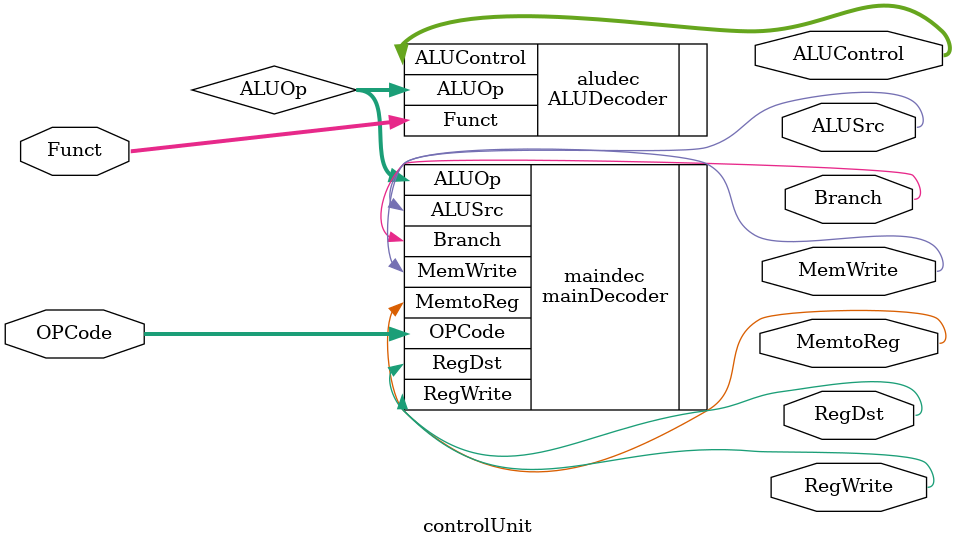
<source format=v>
module  controlUnit (
  input       [5:0] OPCode, Funct,
  output wire       MemtoReg, MemWrite, Branch, ALUSrc, RegDst, RegWrite,
  output wire [2:0] ALUControl
);

wire [1:0] ALUOp;

mainDecoder maindec (.OPCode(OPCode), .MemtoReg(MemtoReg), .MemWrite(MemWrite),
                     .Branch(Branch), .ALUSrc(ALUSrc), .RegDst(RegDst),
                     .RegWrite(RegWrite), .ALUOp(ALUOp));

ALUDecoder aludec (.ALUOp(ALUOp), .Funct(Funct), .ALUControl(ALUControl));

endmodule
</source>
